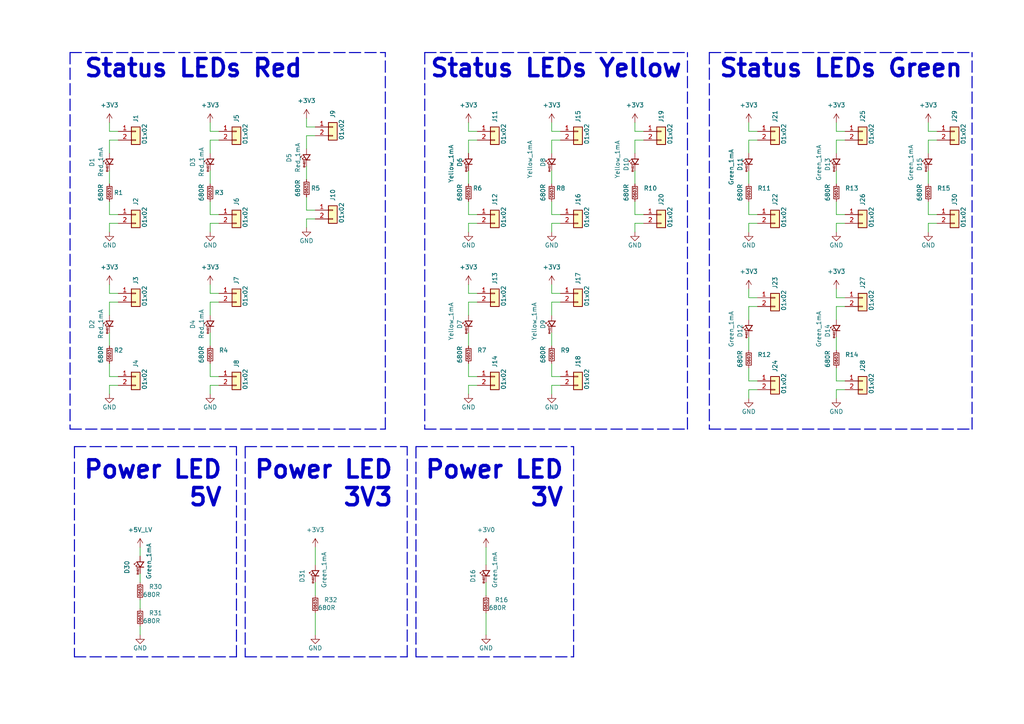
<source format=kicad_sch>
(kicad_sch (version 20231120) (generator "eeschema") (generator_version "8.0")
  (paper "A4")
  (title_block (title "LCB-CBD-01: Dock") (date "2024-06-25") (rev "1.2.0") (company "PADERBORN UNIVERSITY DEPARTMENT OF POWER ELECTRONICS AND ELECTRICAL DRIVES"))
  (polyline (pts (xy 205.74 124.46) (xy 281.94 124.46)) (stroke (width 0.3) (type dash)))
  (wire (pts (xy 31.75 111.76) (xy 31.75 114.3)))
  (wire (pts (xy 219.71 113.03) (xy 217.17 113.03)))
  (wire (pts (xy 184.15 38.1) (xy 186.69 38.1)))
  (wire (pts (xy 160.02 40.64) (xy 162.56 40.64)))
  (polyline (pts (xy 205.74 15.24) (xy 281.94 15.24)) (stroke (width 0.3) (type dash)))
  (polyline (pts (xy 123.19 15.24) (xy 199.39 15.24)) (stroke (width 0.3) (type dash)))
  (wire (pts (xy 242.57 106.68) (xy 242.57 110.49)))
  (wire (pts (xy 245.11 113.03) (xy 242.57 113.03)))
  (wire (pts (xy 31.75 96.52) (xy 31.75 100.33)))
  (wire (pts (xy 60.96 109.22) (xy 63.5 109.22)))
  (polyline (pts (xy 205.74 15.24) (xy 205.74 124.46)) (stroke (width 0.3) (type dash)))
  (wire (pts (xy 135.89 64.77) (xy 135.89 67.31)))
  (wire (pts (xy 31.75 38.1) (xy 34.29 38.1)))
  (wire (pts (xy 184.15 49.53) (xy 184.15 53.34)))
  (wire (pts (xy 160.02 87.63) (xy 160.02 91.44)))
  (wire (pts (xy 217.17 83.82) (xy 217.17 86.36)))
  (wire (pts (xy 31.75 35.56) (xy 31.75 38.1)))
  (wire (pts (xy 34.29 111.76) (xy 31.75 111.76)))
  (wire (pts (xy 135.89 87.63) (xy 135.89 91.44)))
  (wire (pts (xy 162.56 111.76) (xy 160.02 111.76)))
  (wire (pts (xy 269.24 64.77) (xy 269.24 67.31)))
  (wire (pts (xy 160.02 40.64) (xy 160.02 44.45)))
  (wire (pts (xy 217.17 40.64) (xy 217.17 44.45)))
  (polyline (pts (xy 118.11 190.5) (xy 118.11 129.54)) (stroke (width 0.3) (type dash)))
  (wire (pts (xy 31.75 64.77) (xy 31.75 67.31)))
  (wire (pts (xy 91.44 177.8) (xy 91.44 184.15)))
  (wire (pts (xy 88.9 34.29) (xy 88.9 36.83)))
  (wire (pts (xy 60.96 49.53) (xy 60.96 53.34)))
  (wire (pts (xy 160.02 109.22) (xy 162.56 109.22)))
  (wire (pts (xy 88.9 36.83) (xy 91.44 36.83)))
  (polyline (pts (xy 120.65 190.5) (xy 166.37 190.5)) (stroke (width 0.3) (type dash)))
  (wire (pts (xy 135.89 87.63) (xy 138.43 87.63)))
  (wire (pts (xy 40.64 173.99) (xy 40.64 176.53)))
  (wire (pts (xy 217.17 58.42) (xy 217.17 62.23)))
  (polyline (pts (xy 120.65 129.54) (xy 166.37 129.54)) (stroke (width 0.3) (type dash)))
  (wire (pts (xy 135.89 109.22) (xy 138.43 109.22)))
  (wire (pts (xy 135.89 82.55) (xy 135.89 85.09)))
  (wire (pts (xy 60.96 87.63) (xy 60.96 91.44)))
  (wire (pts (xy 88.9 48.26) (xy 88.9 52.07)))
  (wire (pts (xy 217.17 106.68) (xy 217.17 110.49)))
  (wire (pts (xy 184.15 64.77) (xy 184.15 67.31)))
  (wire (pts (xy 88.9 39.37) (xy 91.44 39.37)))
  (wire (pts (xy 31.75 40.64) (xy 31.75 44.45)))
  (polyline (pts (xy 21.59 129.54) (xy 68.58 129.54)) (stroke (width 0.3) (type dash)))
  (wire (pts (xy 162.56 64.77) (xy 160.02 64.77)))
  (polyline (pts (xy 20.32 15.24) (xy 20.32 124.46)) (stroke (width 0.3) (type dash)))
  (wire (pts (xy 135.89 96.52) (xy 135.89 100.33)))
  (wire (pts (xy 217.17 62.23) (xy 219.71 62.23)))
  (wire (pts (xy 217.17 35.56) (xy 217.17 38.1)))
  (wire (pts (xy 242.57 88.9) (xy 242.57 92.71)))
  (wire (pts (xy 242.57 35.56) (xy 242.57 38.1)))
  (wire (pts (xy 217.17 64.77) (xy 217.17 67.31)))
  (wire (pts (xy 217.17 113.03) (xy 217.17 115.57)))
  (polyline (pts (xy 111.76 124.46) (xy 111.76 15.24)) (stroke (width 0.3) (type dash)))
  (wire (pts (xy 60.96 40.64) (xy 60.96 44.45)))
  (wire (pts (xy 245.11 64.77) (xy 242.57 64.77)))
  (wire (pts (xy 60.96 40.64) (xy 63.5 40.64)))
  (wire (pts (xy 135.89 40.64) (xy 138.43 40.64)))
  (wire (pts (xy 135.89 35.56) (xy 135.89 38.1)))
  (wire (pts (xy 217.17 40.64) (xy 219.71 40.64)))
  (wire (pts (xy 135.89 62.23) (xy 138.43 62.23)))
  (wire (pts (xy 217.17 49.53) (xy 217.17 53.34)))
  (polyline (pts (xy 20.32 15.24) (xy 111.76 15.24)) (stroke (width 0.3) (type dash)))
  (polyline (pts (xy 71.12 129.54) (xy 118.11 129.54)) (stroke (width 0.3) (type dash)))
  (wire (pts (xy 217.17 88.9) (xy 217.17 92.71)))
  (wire (pts (xy 63.5 111.76) (xy 60.96 111.76)))
  (wire (pts (xy 88.9 60.96) (xy 91.44 60.96)))
  (wire (pts (xy 242.57 88.9) (xy 245.11 88.9)))
  (wire (pts (xy 160.02 64.77) (xy 160.02 67.31)))
  (wire (pts (xy 91.44 168.91) (xy 91.44 172.72)))
  (wire (pts (xy 135.89 85.09) (xy 138.43 85.09)))
  (wire (pts (xy 184.15 62.23) (xy 186.69 62.23)))
  (wire (pts (xy 40.64 181.61) (xy 40.64 184.15)))
  (wire (pts (xy 40.64 158.75) (xy 40.64 161.29)))
  (polyline (pts (xy 120.65 129.54) (xy 120.65 190.5)) (stroke (width 0.3) (type dash)))
  (wire (pts (xy 269.24 49.53) (xy 269.24 53.34)))
  (wire (pts (xy 160.02 38.1) (xy 162.56 38.1)))
  (wire (pts (xy 135.89 105.41) (xy 135.89 109.22)))
  (wire (pts (xy 135.89 111.76) (xy 135.89 114.3)))
  (polyline (pts (xy 20.32 124.46) (xy 111.76 124.46)) (stroke (width 0.3) (type dash)))
  (wire (pts (xy 31.75 40.64) (xy 34.29 40.64)))
  (polyline (pts (xy 71.12 190.5) (xy 118.11 190.5)) (stroke (width 0.3) (type dash)))
  (wire (pts (xy 217.17 110.49) (xy 219.71 110.49)))
  (wire (pts (xy 135.89 38.1) (xy 138.43 38.1)))
  (wire (pts (xy 135.89 40.64) (xy 135.89 44.45)))
  (wire (pts (xy 88.9 39.37) (xy 88.9 43.18)))
  (polyline (pts (xy 281.94 124.46) (xy 281.94 15.24)) (stroke (width 0.3) (type dash)))
  (wire (pts (xy 40.64 166.37) (xy 40.64 168.91)))
  (wire (pts (xy 60.96 96.52) (xy 60.96 100.33)))
  (wire (pts (xy 60.96 111.76) (xy 60.96 114.3)))
  (wire (pts (xy 160.02 49.53) (xy 160.02 53.34)))
  (wire (pts (xy 60.96 82.55) (xy 60.96 85.09)))
  (wire (pts (xy 135.89 58.42) (xy 135.89 62.23)))
  (wire (pts (xy 217.17 38.1) (xy 219.71 38.1)))
  (wire (pts (xy 88.9 63.5) (xy 88.9 66.04)))
  (wire (pts (xy 34.29 64.77) (xy 31.75 64.77)))
  (polyline (pts (xy 123.19 124.46) (xy 199.39 124.46)) (stroke (width 0.3) (type dash)))
  (wire (pts (xy 31.75 87.63) (xy 34.29 87.63)))
  (wire (pts (xy 91.44 63.5) (xy 88.9 63.5)))
  (wire (pts (xy 242.57 64.77) (xy 242.57 67.31)))
  (wire (pts (xy 60.96 105.41) (xy 60.96 109.22)))
  (wire (pts (xy 160.02 105.41) (xy 160.02 109.22)))
  (wire (pts (xy 138.43 64.77) (xy 135.89 64.77)))
  (wire (pts (xy 135.89 49.53) (xy 135.89 53.34)))
  (wire (pts (xy 242.57 38.1) (xy 245.11 38.1)))
  (wire (pts (xy 217.17 97.79) (xy 217.17 101.6)))
  (wire (pts (xy 31.75 49.53) (xy 31.75 53.34)))
  (polyline (pts (xy 199.39 124.46) (xy 199.39 15.24)) (stroke (width 0.3) (type dash)))
  (wire (pts (xy 217.17 88.9) (xy 219.71 88.9)))
  (wire (pts (xy 242.57 49.53) (xy 242.57 53.34)))
  (wire (pts (xy 242.57 97.79) (xy 242.57 101.6)))
  (polyline (pts (xy 71.12 129.54) (xy 71.12 190.5)) (stroke (width 0.3) (type dash)))
  (wire (pts (xy 242.57 83.82) (xy 242.57 86.36)))
  (wire (pts (xy 60.96 35.56) (xy 60.96 38.1)))
  (wire (pts (xy 31.75 58.42) (xy 31.75 62.23)))
  (wire (pts (xy 269.24 38.1) (xy 271.78 38.1)))
  (wire (pts (xy 60.96 64.77) (xy 60.96 67.31)))
  (wire (pts (xy 217.17 86.36) (xy 219.71 86.36)))
  (wire (pts (xy 88.9 57.15) (xy 88.9 60.96)))
  (wire (pts (xy 31.75 87.63) (xy 31.75 91.44)))
  (wire (pts (xy 63.5 64.77) (xy 60.96 64.77)))
  (wire (pts (xy 269.24 40.64) (xy 269.24 44.45)))
  (wire (pts (xy 271.78 64.77) (xy 269.24 64.77)))
  (wire (pts (xy 186.69 64.77) (xy 184.15 64.77)))
  (polyline (pts (xy 21.59 129.54) (xy 21.59 190.5)) (stroke (width 0.3) (type dash)))
  (wire (pts (xy 160.02 82.55) (xy 160.02 85.09)))
  (polyline (pts (xy 123.19 15.24) (xy 123.19 124.46)) (stroke (width 0.3) (type dash)))
  (wire (pts (xy 60.96 38.1) (xy 63.5 38.1)))
  (wire (pts (xy 184.15 35.56) (xy 184.15 38.1)))
  (wire (pts (xy 160.02 85.09) (xy 162.56 85.09)))
  (wire (pts (xy 91.44 158.75) (xy 91.44 163.83)))
  (wire (pts (xy 31.75 105.41) (xy 31.75 109.22)))
  (wire (pts (xy 60.96 87.63) (xy 63.5 87.63)))
  (wire (pts (xy 160.02 62.23) (xy 162.56 62.23)))
  (wire (pts (xy 269.24 40.64) (xy 271.78 40.64)))
  (wire (pts (xy 242.57 86.36) (xy 245.11 86.36)))
  (wire (pts (xy 242.57 110.49) (xy 245.11 110.49)))
  (wire (pts (xy 242.57 40.64) (xy 242.57 44.45)))
  (wire (pts (xy 242.57 113.03) (xy 242.57 115.57)))
  (wire (pts (xy 31.75 82.55) (xy 31.75 85.09)))
  (wire (pts (xy 184.15 40.64) (xy 186.69 40.64)))
  (wire (pts (xy 160.02 111.76) (xy 160.02 114.3)))
  (wire (pts (xy 138.43 111.76) (xy 135.89 111.76)))
  (polyline (pts (xy 68.58 190.5) (xy 68.58 129.54)) (stroke (width 0.3) (type dash)))
  (wire (pts (xy 242.57 62.23) (xy 245.11 62.23)))
  (wire (pts (xy 60.96 58.42) (xy 60.96 62.23)))
  (wire (pts (xy 269.24 35.56) (xy 269.24 38.1)))
  (wire (pts (xy 269.24 58.42) (xy 269.24 62.23)))
  (wire (pts (xy 60.96 62.23) (xy 63.5 62.23)))
  (wire (pts (xy 160.02 87.63) (xy 162.56 87.63)))
  (wire (pts (xy 31.75 62.23) (xy 34.29 62.23)))
  (wire (pts (xy 140.97 158.75) (xy 140.97 163.83)))
  (wire (pts (xy 184.15 58.42) (xy 184.15 62.23)))
  (wire (pts (xy 60.96 85.09) (xy 63.5 85.09)))
  (wire (pts (xy 160.02 58.42) (xy 160.02 62.23)))
  (wire (pts (xy 242.57 40.64) (xy 245.11 40.64)))
  (wire (pts (xy 140.97 168.91) (xy 140.97 172.72)))
  (wire (pts (xy 184.15 40.64) (xy 184.15 44.45)))
  (wire (pts (xy 160.02 96.52) (xy 160.02 100.33)))
  (wire (pts (xy 31.75 85.09) (xy 34.29 85.09)))
  (wire (pts (xy 160.02 35.56) (xy 160.02 38.1)))
  (polyline (pts (xy 21.59 190.5) (xy 68.58 190.5)) (stroke (width 0.3) (type dash)))
  (wire (pts (xy 140.97 177.8) (xy 140.97 184.15)))
  (polyline (pts (xy 166.37 190.5) (xy 166.37 129.54)) (stroke (width 0.3) (type dash)))
  (wire (pts (xy 219.71 64.77) (xy 217.17 64.77)))
  (wire (pts (xy 269.24 62.23) (xy 271.78 62.23)))
  (wire (pts (xy 31.75 109.22) (xy 34.29 109.22)))
  (wire (pts (xy 242.57 58.42) (xy 242.57 62.23)))
  (text "Power LED\n5V" (at 64.77 147.32 0) (effects (font (size 5 5) (thickness 1) (bold yes)) (justify right bottom)))
  (text "Status LEDs Red" (at 24.13 22.86 0) (effects (font (size 5 5) (thickness 1) (bold yes)) (justify left bottom)))
  (text "Power LED\n3V3" (at 114.3 147.32 0) (effects (font (size 5 5) (thickness 1) (bold yes)) (justify right bottom)))
  (text "Power LED\n3V" (at 163.83 147.32 0) (effects (font (size 5 5) (thickness 1) (bold yes)) (justify right bottom)))
  (text "Status LEDs Yellow" (at 124.46 22.86 0) (effects (font (size 5 5) (thickness 1) (bold yes)) (justify left bottom)))
  (text "Status LEDs Green" (at 208.28 22.86 0) (effects (font (size 5 5) (thickness 1) (bold yes)) (justify left bottom)))
  (symbol (lib_id "LEA_SymbolLibrary:R_0603_680R_THICK__1P__75V") (at 135.89 55.88 0) (unit 1)
    (property "Reference" "R6" (at 137.16 54.61 0) (effects (justify left)))
    (property "Value" "680R" (at 133.35 58.42 90) (effects (justify left)))
    (property "Footprint" "LEA_FootprintLibrary:R_0603" (effects (hide yes)))
    (property "Manufacturer" "Vishay" (effects (hide yes)))
    (property "manf#" "CRCW0603680RFKEAC" (effects (hide yes)))
    (property "mouser#" "71-CRCW0603680RFKEAC" (effects (hide yes)))
  )
  (symbol (lib_id "LEA_SymbolLibrary:+3V3") (at 160.02 82.55 0) (unit 1)
    (property "Reference" "#PWR048" (effects (hide yes)))
    (property "Value" "+3V3" (at 160.02 77.47 0))
  )
  (symbol (lib_id "LEA_SymbolLibrary:GND") (at 217.17 67.31 0) (unit 1)
    (property "Reference" "#PWR051" (effects (hide yes)))
    (property "Value" "GND" (at 217.17 71.12 0))
  )
  (symbol (lib_id "LEA_SymbolLibrary:LED_0402_R_1mA_SML-P11UTT86R") (at 60.96 46.99 90) (unit 1)
    (property "Reference" "D3" (at 55.88 45.72 0) (effects (justify right)))
    (property "Value" "Red_1mA" (at 58.42 46.99 0))
    (property "Footprint" "LEA_FootprintLibrary:LED_0402" (effects (hide yes)))
    (property "Datasheet" "https://fscdn.rohm.com/en/products/databook/datasheet/opto/led/chip_mono/sml-p11-e.pdf" (effects (hide yes)))
    (property "Manufacturer" "ROHM Semiconductor" (effects (hide yes)))
    (property "Mouser No" "755-SML-P11MTT86R" (effects (hide yes)))
    (property "Mfr. No" "SML-P11MTT86R" (effects (hide yes)))
    (property "mouser#" "755-SML-P11UTT86R" (effects (hide yes)))
    (property "manf#" "SML-P11UTT86R" (effects (hide yes)))
  )
  (symbol (lib_id "LEA_SymbolLibrary:Conn_01x02") (at 250.19 86.36 0) (unit 1)
    (property "Reference" "J27" (at 250.19 83.82 90) (effects (justify left)))
    (property "Value" "01x02" (at 252.73 90.17 90) (effects (justify left)))
    (property "Footprint" "LEA_FootprintLibrary:PinHeader_1x02_P2.54mm_Vertical" (effects (hide yes)))
    (property "Datasheet" "https://www.mouser.de/datasheet/2/181/M20-999-1218971.pdf" (effects (hide yes)))
    (property "Manufacturer" "Harwin" (effects (hide yes)))
    (property "Mouser No." " 855-M20-9990245" (effects (hide yes)))
    (property "mouser#" "855-M20-9990245" (effects (hide yes)))
    (property "manf#" "M20-9990245" (effects (hide yes)))
  )
  (symbol (lib_id "LEA_SymbolLibrary:R_0603_680R_THICK__1P__75V") (at 217.17 104.14 0) (unit 1)
    (property "Reference" "R12" (at 219.71 102.87 0) (effects (justify left)))
    (property "Value" "680R" (at 214.63 106.68 90) (effects (justify left)))
    (property "Footprint" "LEA_FootprintLibrary:R_0603" (effects (hide yes)))
    (property "Manufacturer" "Vishay" (effects (hide yes)))
    (property "manf#" "CRCW0603680RFKEAC" (effects (hide yes)))
    (property "mouser#" "71-CRCW0603680RFKEAC" (effects (hide yes)))
  )
  (symbol (lib_id "LEA_SymbolLibrary:GND") (at 217.17 115.57 0) (unit 1)
    (property "Reference" "#PWR053" (effects (hide yes)))
    (property "Value" "GND" (at 217.17 119.38 0))
  )
  (symbol (lib_id "LEA_SymbolLibrary:+3V3") (at 135.89 82.55 0) (unit 1)
    (property "Reference" "#PWR044" (effects (hide yes)))
    (property "Value" "+3V3" (at 135.89 77.47 0))
  )
  (symbol (lib_id "LEA_SymbolLibrary:LED_0402_R_1mA_SML-P11UTT86R") (at 60.96 93.98 90) (unit 1)
    (property "Reference" "D4" (at 55.88 92.71 0) (effects (justify right)))
    (property "Value" "Red_1mA" (at 58.42 93.98 0))
    (property "Footprint" "LEA_FootprintLibrary:LED_0402" (effects (hide yes)))
    (property "Datasheet" "https://fscdn.rohm.com/en/products/databook/datasheet/opto/led/chip_mono/sml-p11-e.pdf" (effects (hide yes)))
    (property "Manufacturer" "ROHM Semiconductor" (effects (hide yes)))
    (property "Mouser No" "755-SML-P11MTT86R" (effects (hide yes)))
    (property "Mfr. No" "SML-P11MTT86R" (effects (hide yes)))
    (property "mouser#" "755-SML-P11UTT86R" (effects (hide yes)))
    (property "manf#" "SML-P11UTT86R" (effects (hide yes)))
  )
  (symbol (lib_id "LEA_SymbolLibrary:Conn_01x02") (at 224.79 38.1 0) (unit 1)
    (property "Reference" "J21" (at 224.79 35.56 90) (effects (justify left)))
    (property "Value" "01x02" (at 227.33 41.91 90) (effects (justify left)))
    (property "Footprint" "LEA_FootprintLibrary:PinHeader_1x02_P2.54mm_Vertical" (effects (hide yes)))
    (property "Datasheet" "https://www.mouser.de/datasheet/2/181/M20-999-1218971.pdf" (effects (hide yes)))
    (property "Manufacturer" "Harwin" (effects (hide yes)))
    (property "Mouser No." " 855-M20-9990245" (effects (hide yes)))
    (property "mouser#" "855-M20-9990245" (effects (hide yes)))
    (property "manf#" "M20-9990245" (effects (hide yes)))
  )
  (symbol (lib_id "LEA_SymbolLibrary:Conn_01x02") (at 276.86 62.23 0) (unit 1)
    (property "Reference" "J30" (at 276.86 59.69 90) (effects (justify left)))
    (property "Value" "01x02" (at 279.4 66.04 90) (effects (justify left)))
    (property "Footprint" "LEA_FootprintLibrary:PinHeader_1x02_P2.54mm_Vertical" (effects (hide yes)))
    (property "Datasheet" "https://www.mouser.de/datasheet/2/181/M20-999-1218971.pdf" (effects (hide yes)))
    (property "Manufacturer" "Harwin" (effects (hide yes)))
    (property "Mouser No." " 855-M20-9990245" (effects (hide yes)))
    (property "mouser#" "855-M20-9990245" (effects (hide yes)))
    (property "manf#" "M20-9990245" (effects (hide yes)))
  )
  (symbol (lib_id "LEA_SymbolLibrary:GND") (at 135.89 67.31 0) (unit 1)
    (property "Reference" "#PWR043" (effects (hide yes)))
    (property "Value" "GND" (at 135.89 71.12 0))
  )
  (symbol (lib_id "LEA_SymbolLibrary:R_0603_680R_THICK__1P__75V") (at 269.24 55.88 0) (unit 1)
    (property "Reference" "R15" (at 271.78 54.61 0) (effects (justify left)))
    (property "Value" "680R" (at 266.7 58.42 90) (effects (justify left)))
    (property "Footprint" "LEA_FootprintLibrary:R_0603" (effects (hide yes)))
    (property "Manufacturer" "Vishay" (effects (hide yes)))
    (property "manf#" "CRCW0603680RFKEAC" (effects (hide yes)))
    (property "mouser#" "71-CRCW0603680RFKEAC" (effects (hide yes)))
  )
  (symbol (lib_id "LEA_SymbolLibrary:R_0603_680R_THICK__1P__75V") (at 31.75 102.87 0) (unit 1)
    (property "Reference" "R2" (at 33.02 101.6 0) (effects (justify left)))
    (property "Value" "680R" (at 29.21 105.41 90) (effects (justify left)))
    (property "Footprint" "LEA_FootprintLibrary:R_0603" (effects (hide yes)))
    (property "Manufacturer" "Vishay" (effects (hide yes)))
    (property "manf#" "CRCW0603680RFKEAC" (effects (hide yes)))
    (property "mouser#" "71-CRCW0603680RFKEAC" (effects (hide yes)))
  )
  (symbol (lib_id "LEA_SymbolLibrary:Conn_01x02") (at 167.64 62.23 0) (unit 1)
    (property "Reference" "J16" (at 167.64 59.69 90) (effects (justify left)))
    (property "Value" "01x02" (at 170.18 66.04 90) (effects (justify left)))
    (property "Footprint" "LEA_FootprintLibrary:PinHeader_1x02_P2.54mm_Vertical" (effects (hide yes)))
    (property "Datasheet" "https://www.mouser.de/datasheet/2/181/M20-999-1218971.pdf" (effects (hide yes)))
    (property "Manufacturer" "Harwin" (effects (hide yes)))
    (property "Mouser No." " 855-M20-9990245" (effects (hide yes)))
    (property "mouser#" "855-M20-9990245" (effects (hide yes)))
    (property "manf#" "M20-9990245" (effects (hide yes)))
  )
  (symbol (lib_id "LEA_SymbolLibrary:LED_0402_G_1mA_SML-P11MTT86R") (at 242.57 46.99 90) (unit 1)
    (property "Reference" "D13" (at 240.03 45.72 0) (effects (justify right)))
    (property "Value" "Green_1mA" (at 237.49 41.91 0) (effects (justify right)))
    (property "Footprint" "LEA_FootprintLibrary:LED_0402" (effects (hide yes)))
    (property "Datasheet" "https://fscdn.rohm.com/en/products/databook/datasheet/opto/led/chip_mono/sml-p11-e.pdf" (effects (hide yes)))
    (property "Manufacturer" "ROHM Semiconductor" (effects (hide yes)))
    (property "Mouser No" "755-SML-P11YTT86R" (effects (hide yes)))
    (property "Mfr. No" "SML-P11YTT86R" (effects (hide yes)))
    (property "mouser#" "755-SML-P11MTT86R" (effects (hide yes)))
    (property "manf#" "SML-P11MTT86R" (effects (hide yes)))
  )
  (symbol (lib_id "LEA_SymbolLibrary:LED_0402_G_1mA_SML-P11MTT86R") (at 91.44 166.37 90) (unit 1)
    (property "Reference" "D31" (at 87.63 165.1 0) (effects (justify right)))
    (property "Value" "Green_1mA" (at 93.98 160.02 0) (effects (justify right)))
    (property "Footprint" "LEA_FootprintLibrary:LED_0402" (effects (hide yes)))
    (property "Datasheet" "https://fscdn.rohm.com/en/products/databook/datasheet/opto/led/chip_mono/sml-p11-e.pdf" (effects (hide yes)))
    (property "Manufacturer" "ROHM Semiconductor" (effects (hide yes)))
    (property "Mouser No" "755-SML-P11MTT86R" (effects (hide yes)))
    (property "Mfr. No" "SML-P11MTT86R" (effects (hide yes)))
    (property "mouser#" "755-SML-P11MTT86R" (effects (hide yes)))
    (property "manf#" "SML-P11MTT86R" (effects (hide yes)))
  )
  (symbol (lib_id "LEA_SymbolLibrary:Conn_01x02") (at 68.58 62.23 0) (unit 1)
    (property "Reference" "J6" (at 68.58 59.69 90) (effects (justify left)))
    (property "Value" "01x02" (at 71.12 66.04 90) (effects (justify left)))
    (property "Footprint" "LEA_FootprintLibrary:PinHeader_1x02_P2.54mm_Vertical" (effects (hide yes)))
    (property "Datasheet" "https://www.mouser.de/datasheet/2/181/M20-999-1218971.pdf" (effects (hide yes)))
    (property "Manufacturer" "Harwin" (effects (hide yes)))
    (property "Mouser No." " 855-M20-9990245" (effects (hide yes)))
    (property "mouser#" "855-M20-9990245" (effects (hide yes)))
    (property "manf#" "M20-9990245" (effects (hide yes)))
  )
  (symbol (lib_id "LEA_SymbolLibrary:Conn_01x02") (at 191.77 38.1 0) (unit 1)
    (property "Reference" "J19" (at 191.77 35.56 90) (effects (justify left)))
    (property "Value" "01x02" (at 194.31 41.91 90) (effects (justify left)))
    (property "Footprint" "LEA_FootprintLibrary:PinHeader_1x02_P2.54mm_Vertical" (effects (hide yes)))
    (property "Datasheet" "https://www.mouser.de/datasheet/2/181/M20-999-1218971.pdf" (effects (hide yes)))
    (property "Manufacturer" "Harwin" (effects (hide yes)))
    (property "Mouser No." " 855-M20-9990245" (effects (hide yes)))
    (property "mouser#" "855-M20-9990245" (effects (hide yes)))
    (property "manf#" "M20-9990245" (effects (hide yes)))
  )
  (symbol (lib_id "LEA_SymbolLibrary:LED_0402_G_1mA_SML-P11MTT86R") (at 40.64 163.83 90) (unit 1)
    (property "Reference" "D30" (at 36.83 162.56 0) (effects (justify right)))
    (property "Value" "Green_1mA" (at 43.18 157.48 0) (effects (justify right)))
    (property "Footprint" "LEA_FootprintLibrary:LED_0402" (effects (hide yes)))
    (property "Datasheet" "https://fscdn.rohm.com/en/products/databook/datasheet/opto/led/chip_mono/sml-p11-e.pdf" (effects (hide yes)))
    (property "Manufacturer" "ROHM Semiconductor" (effects (hide yes)))
    (property "Mouser No" "755-SML-P11MTT86R" (effects (hide yes)))
    (property "Mfr. No" "SML-P11MTT86R" (effects (hide yes)))
    (property "mouser#" "755-SML-P11MTT86R" (effects (hide yes)))
    (property "manf#" "SML-P11MTT86R" (effects (hide yes)))
  )
  (symbol (lib_id "LEA_SymbolLibrary:Conn_01x02") (at 167.64 85.09 0) (unit 1)
    (property "Reference" "J17" (at 167.64 82.55 90) (effects (justify left)))
    (property "Value" "01x02" (at 170.18 88.9 90) (effects (justify left)))
    (property "Footprint" "LEA_FootprintLibrary:PinHeader_1x02_P2.54mm_Vertical" (effects (hide yes)))
    (property "Datasheet" "https://www.mouser.de/datasheet/2/181/M20-999-1218971.pdf" (effects (hide yes)))
    (property "Manufacturer" "Harwin" (effects (hide yes)))
    (property "Mouser No." " 855-M20-9990245" (effects (hide yes)))
    (property "mouser#" "855-M20-9990245" (effects (hide yes)))
    (property "manf#" "M20-9990245" (effects (hide yes)))
  )
  (symbol (lib_id "LEA_SymbolLibrary:GND") (at 40.64 184.15 0) (unit 1)
    (property "Reference" "#PWR035" (effects (hide yes)))
    (property "Value" "GND" (at 40.64 187.96 0))
  )
  (symbol (lib_id "LEA_SymbolLibrary:Conn_01x02") (at 68.58 38.1 0) (unit 1)
    (property "Reference" "J5" (at 68.58 35.56 90) (effects (justify left)))
    (property "Value" "01x02" (at 71.12 41.91 90) (effects (justify left)))
    (property "Footprint" "LEA_FootprintLibrary:PinHeader_1x02_P2.54mm_Vertical" (effects (hide yes)))
    (property "Datasheet" "https://www.mouser.de/datasheet/2/181/M20-999-1218971.pdf" (effects (hide yes)))
    (property "Manufacturer" "Harwin" (effects (hide yes)))
    (property "Mouser No." " 855-M20-9990245" (effects (hide yes)))
    (property "mouser#" "855-M20-9990245" (effects (hide yes)))
    (property "manf#" "M20-9990245" (effects (hide yes)))
  )
  (symbol (lib_id "LEA_SymbolLibrary:LED_0402_R_1mA_SML-P11UTT86R") (at 31.75 46.99 90) (unit 1)
    (property "Reference" "D1" (at 26.67 45.72 0) (effects (justify right)))
    (property "Value" "Red_1mA" (at 29.21 46.99 0))
    (property "Footprint" "LEA_FootprintLibrary:LED_0402" (effects (hide yes)))
    (property "Datasheet" "https://fscdn.rohm.com/en/products/databook/datasheet/opto/led/chip_mono/sml-p11-e.pdf" (effects (hide yes)))
    (property "Manufacturer" "ROHM Semiconductor" (effects (hide yes)))
    (property "Mouser No" "755-SML-P11MTT86R" (effects (hide yes)))
    (property "Mfr. No" "SML-P11MTT86R" (effects (hide yes)))
    (property "mouser#" "755-SML-P11UTT86R" (effects (hide yes)))
    (property "manf#" "SML-P11UTT86R" (effects (hide yes)))
  )
  (symbol (lib_id "LEA_SymbolLibrary:R_0603_680R_THICK__1P__75V") (at 242.57 55.88 0) (unit 1)
    (property "Reference" "R13" (at 245.11 54.61 0) (effects (justify left)))
    (property "Value" "680R" (at 240.03 58.42 90) (effects (justify left)))
    (property "Footprint" "LEA_FootprintLibrary:R_0603" (effects (hide yes)))
    (property "Manufacturer" "Vishay" (effects (hide yes)))
    (property "manf#" "CRCW0603680RFKEAC" (effects (hide yes)))
    (property "mouser#" "71-CRCW0603680RFKEAC" (effects (hide yes)))
  )
  (symbol (lib_id "LEA_SymbolLibrary:LED_0402_Y_1mA_SML-P11YTT86R") (at 184.15 46.99 90) (unit 1)
    (property "Reference" "D10" (at 181.61 45.72 0) (effects (justify right)))
    (property "Value" "Yellow_1mA" (at 179.07 40.64 0) (effects (justify right)))
    (property "Footprint" "LEA_FootprintLibrary:LED_0402" (effects (hide yes)))
    (property "Datasheet" "https://fscdn.rohm.com/en/products/databook/datasheet/opto/led/chip_mono/sml-p11-e.pdf" (effects (hide yes)))
    (property "Manufacturer" "ROHM Semiconductor" (effects (hide yes)))
    (property "Mouser No" "755-SML-P11UTT86R" (effects (hide yes)))
    (property "Mfr. No" "SML-P11UTT86R" (effects (hide yes)))
    (property "mouser#" "755-SML-P11YTT86R" (effects (hide yes)))
    (property "manf#" "SML-P11YTT86R" (effects (hide yes)))
  )
  (symbol (lib_id "LEA_SymbolLibrary:Conn_01x02") (at 96.52 60.96 0) (unit 1)
    (property "Reference" "J10" (at 96.52 58.42 90) (effects (justify left)))
    (property "Value" "01x02" (at 99.06 64.77 90) (effects (justify left)))
    (property "Footprint" "LEA_FootprintLibrary:PinHeader_1x02_P2.54mm_Vertical" (effects (hide yes)))
    (property "Datasheet" "https://www.mouser.de/datasheet/2/181/M20-999-1218971.pdf" (effects (hide yes)))
    (property "Manufacturer" "Harwin" (effects (hide yes)))
    (property "Mouser No." " 855-M20-9990245" (effects (hide yes)))
    (property "mouser#" "855-M20-9990245" (effects (hide yes)))
    (property "manf#" "M20-9990245" (effects (hide yes)))
  )
  (symbol (lib_id "LEA_SymbolLibrary:Conn_01x02") (at 250.19 62.23 0) (unit 1)
    (property "Reference" "J26" (at 250.19 59.69 90) (effects (justify left)))
    (property "Value" "01x02" (at 252.73 66.04 90) (effects (justify left)))
    (property "Footprint" "LEA_FootprintLibrary:PinHeader_1x02_P2.54mm_Vertical" (effects (hide yes)))
    (property "Datasheet" "https://www.mouser.de/datasheet/2/181/M20-999-1218971.pdf" (effects (hide yes)))
    (property "Manufacturer" "Harwin" (effects (hide yes)))
    (property "Mouser No." " 855-M20-9990245" (effects (hide yes)))
    (property "mouser#" "855-M20-9990245" (effects (hide yes)))
    (property "manf#" "M20-9990245" (effects (hide yes)))
  )
  (symbol (lib_id "LEA_SymbolLibrary:Conn_01x02") (at 167.64 109.22 0) (unit 1)
    (property "Reference" "J18" (at 167.64 106.68 90) (effects (justify left)))
    (property "Value" "01x02" (at 170.18 113.03 90) (effects (justify left)))
    (property "Footprint" "LEA_FootprintLibrary:PinHeader_1x02_P2.54mm_Vertical" (effects (hide yes)))
    (property "Datasheet" "https://www.mouser.de/datasheet/2/181/M20-999-1218971.pdf" (effects (hide yes)))
    (property "Manufacturer" "Harwin" (effects (hide yes)))
    (property "Mouser No." " 855-M20-9990245" (effects (hide yes)))
    (property "mouser#" "855-M20-9990245" (effects (hide yes)))
    (property "manf#" "M20-9990245" (effects (hide yes)))
  )
  (symbol (lib_id "LEA_SymbolLibrary:+5V_LV") (at 40.64 158.75 0) (unit 1)
    (property "Reference" "#PWR036" (effects (hide yes)))
    (property "Value" "+5V_LV" (at 40.64 153.67 0))
  )
  (symbol (lib_id "LEA_SymbolLibrary:GND") (at 184.15 67.31 0) (unit 1)
    (property "Reference" "#PWR0105" (effects (hide yes)))
    (property "Value" "GND" (at 184.15 71.12 0))
  )
  (symbol (lib_id "LEA_SymbolLibrary:R_0603_680R_THICK__1P__75V") (at 91.44 175.26 0) (unit 1)
    (property "Reference" "R32" (at 93.98 173.9899 0) (effects (justify left)))
    (property "Value" "680R" (at 92.202 176.276 0) (effects (justify left)))
    (property "Footprint" "LEA_FootprintLibrary:R_0603" (effects (hide yes)))
    (property "Manufacturer" "Vishay" (effects (hide yes)))
    (property "manf#" "CRCW0603680RFKEAC" (effects (hide yes)))
    (property "mouser#" "71-CRCW0603680RFKEAC" (effects (hide yes)))
  )
  (symbol (lib_id "LEA_SymbolLibrary:GND") (at 269.24 67.31 0) (unit 1)
    (property "Reference" "#PWR0104" (effects (hide yes)))
    (property "Value" "GND" (at 269.24 71.12 0))
  )
  (symbol (lib_id "LEA_SymbolLibrary:+3V3") (at 160.02 35.56 0) (unit 1)
    (property "Reference" "#PWR046" (effects (hide yes)))
    (property "Value" "+3V3" (at 160.02 30.48 0))
  )
  (symbol (lib_id "LEA_SymbolLibrary:GND") (at 91.44 184.15 0) (unit 1)
    (property "Reference" "#PWR042" (effects (hide yes)))
    (property "Value" "GND" (at 91.44 187.96 0))
  )
  (symbol (lib_id "LEA_SymbolLibrary:LED_0402_Y_1mA_SML-P11YTT86R") (at 135.89 46.99 90) (unit 1)
    (property "Reference" "D6" (at 133.35 45.72 0) (effects (justify right)))
    (property "Value" "Yellow_1mA" (at 130.81 41.91 0) (effects (justify right)))
    (property "Footprint" "LEA_FootprintLibrary:LED_0402" (effects (hide yes)))
    (property "Datasheet" "https://fscdn.rohm.com/en/products/databook/datasheet/opto/led/chip_mono/sml-p11-e.pdf" (effects (hide yes)))
    (property "Manufacturer" "ROHM Semiconductor" (effects (hide yes)))
    (property "Mouser No" "755-SML-P11UTT86R" (effects (hide yes)))
    (property "Mfr. No" "SML-P11UTT86R" (effects (hide yes)))
    (property "mouser#" "755-SML-P11YTT86R" (effects (hide yes)))
    (property "manf#" "SML-P11YTT86R" (effects (hide yes)))
  )
  (symbol (lib_id "LEA_SymbolLibrary:LED_0402_Y_1mA_SML-P11YTT86R") (at 135.89 93.98 90) (unit 1)
    (property "Reference" "D7" (at 133.35 92.71 0) (effects (justify right)))
    (property "Value" "Yellow_1mA" (at 130.81 87.63 0) (effects (justify right)))
    (property "Footprint" "LEA_FootprintLibrary:LED_0402" (effects (hide yes)))
    (property "Datasheet" "https://fscdn.rohm.com/en/products/databook/datasheet/opto/led/chip_mono/sml-p11-e.pdf" (effects (hide yes)))
    (property "Manufacturer" "ROHM Semiconductor" (effects (hide yes)))
    (property "Mouser No" "755-SML-P11UTT86R" (effects (hide yes)))
    (property "Mfr. No" "SML-P11UTT86R" (effects (hide yes)))
    (property "mouser#" "755-SML-P11YTT86R" (effects (hide yes)))
    (property "manf#" "SML-P11YTT86R" (effects (hide yes)))
  )
  (symbol (lib_id "LEA_SymbolLibrary:GND") (at 242.57 115.57 0) (unit 1)
    (property "Reference" "#PWR057" (effects (hide yes)))
    (property "Value" "GND" (at 242.57 119.38 0))
  )
  (symbol (lib_id "LEA_SymbolLibrary:Conn_01x02") (at 143.51 38.1 0) (unit 1)
    (property "Reference" "J11" (at 143.51 35.56 90) (effects (justify left)))
    (property "Value" "01x02" (at 146.05 41.91 90) (effects (justify left)))
    (property "Footprint" "LEA_FootprintLibrary:PinHeader_1x02_P2.54mm_Vertical" (effects (hide yes)))
    (property "Datasheet" "https://www.mouser.de/datasheet/2/181/M20-999-1218971.pdf" (effects (hide yes)))
    (property "Manufacturer" "Harwin" (effects (hide yes)))
    (property "Mouser No." " 855-M20-9990245" (effects (hide yes)))
    (property "mouser#" "855-M20-9990245" (effects (hide yes)))
    (property "manf#" "M20-9990245" (effects (hide yes)))
  )
  (symbol (lib_id "LEA_SymbolLibrary:+3V3") (at 60.96 82.55 0) (unit 1)
    (property "Reference" "#PWR039" (effects (hide yes)))
    (property "Value" "+3V3" (at 60.96 77.47 0))
  )
  (symbol (lib_id "LEA_SymbolLibrary:Conn_01x02") (at 39.37 62.23 0) (unit 1)
    (property "Reference" "J2" (at 39.37 59.69 90) (effects (justify left)))
    (property "Value" "01x02" (at 41.91 66.04 90) (effects (justify left)))
    (property "Footprint" "LEA_FootprintLibrary:PinHeader_1x02_P2.54mm_Vertical" (effects (hide yes)))
    (property "Datasheet" "https://www.mouser.de/datasheet/2/181/M20-999-1218971.pdf" (effects (hide yes)))
    (property "Manufacturer" "Harwin" (effects (hide yes)))
    (property "Mouser No." " 855-M20-9990245" (effects (hide yes)))
    (property "mouser#" "855-M20-9990245" (effects (hide yes)))
    (property "manf#" "M20-9990245" (effects (hide yes)))
  )
  (symbol (lib_id "LEA_SymbolLibrary:LED_0402_G_1mA_SML-P11MTT86R") (at 217.17 46.99 90) (unit 1)
    (property "Reference" "D11" (at 214.63 45.72 0) (effects (justify right)))
    (property "Value" "Green_1mA" (at 212.09 43.18 0) (effects (justify right)))
    (property "Footprint" "LEA_FootprintLibrary:LED_0402" (effects (hide yes)))
    (property "Datasheet" "https://fscdn.rohm.com/en/products/databook/datasheet/opto/led/chip_mono/sml-p11-e.pdf" (effects (hide yes)))
    (property "Manufacturer" "ROHM Semiconductor" (effects (hide yes)))
    (property "Mouser No" "755-SML-P11YTT86R" (effects (hide yes)))
    (property "Mfr. No" "SML-P11YTT86R" (effects (hide yes)))
    (property "mouser#" "755-SML-P11MTT86R" (effects (hide yes)))
    (property "manf#" "SML-P11MTT86R" (effects (hide yes)))
  )
  (symbol (lib_id "LEA_SymbolLibrary:LED_0402_Y_1mA_SML-P11YTT86R") (at 160.02 93.98 90) (unit 1)
    (property "Reference" "D9" (at 157.48 92.71 0) (effects (justify right)))
    (property "Value" "Yellow_1mA" (at 154.94 87.63 0) (effects (justify right)))
    (property "Footprint" "LEA_FootprintLibrary:LED_0402" (effects (hide yes)))
    (property "Datasheet" "https://fscdn.rohm.com/en/products/databook/datasheet/opto/led/chip_mono/sml-p11-e.pdf" (effects (hide yes)))
    (property "Manufacturer" "ROHM Semiconductor" (effects (hide yes)))
    (property "Mouser No" "755-SML-P11UTT86R" (effects (hide yes)))
    (property "Mfr. No" "SML-P11UTT86R" (effects (hide yes)))
    (property "mouser#" "755-SML-P11YTT86R" (effects (hide yes)))
    (property "manf#" "SML-P11YTT86R" (effects (hide yes)))
  )
  (symbol (lib_id "LEA_SymbolLibrary:Conn_01x02") (at 167.64 38.1 0) (unit 1)
    (property "Reference" "J15" (at 167.64 35.56 90) (effects (justify left)))
    (property "Value" "01x02" (at 170.18 41.91 90) (effects (justify left)))
    (property "Footprint" "LEA_FootprintLibrary:PinHeader_1x02_P2.54mm_Vertical" (effects (hide yes)))
    (property "Datasheet" "https://www.mouser.de/datasheet/2/181/M20-999-1218971.pdf" (effects (hide yes)))
    (property "Manufacturer" "Harwin" (effects (hide yes)))
    (property "Mouser No." " 855-M20-9990245" (effects (hide yes)))
    (property "mouser#" "855-M20-9990245" (effects (hide yes)))
    (property "manf#" "M20-9990245" (effects (hide yes)))
  )
  (symbol (lib_id "LEA_SymbolLibrary:R_0603_680R_THICK__1P__75V") (at 60.96 55.88 0) (unit 1)
    (property "Reference" "R3" (at 62.23 55.88 0) (effects (justify left)))
    (property "Value" "680R" (at 58.42 58.42 90) (effects (justify left)))
    (property "Footprint" "LEA_FootprintLibrary:R_0603" (effects (hide yes)))
    (property "Manufacturer" "Vishay" (effects (hide yes)))
    (property "manf#" "CRCW0603680RFKEAC" (effects (hide yes)))
    (property "mouser#" "71-CRCW0603680RFKEAC" (effects (hide yes)))
  )
  (symbol (lib_id "LEA_SymbolLibrary:+3V3") (at 140.97 158.75 0) (unit 1)
    (property "Reference" "#PWR071" (effects (hide yes)))
    (property "Value" "+3V0" (at 140.97 153.67 0))
  )
  (symbol (lib_id "LEA_SymbolLibrary:GND") (at 31.75 67.31 0) (unit 1)
    (property "Reference" "#PWR032" (effects (hide yes)))
    (property "Value" "GND" (at 31.75 71.12 0))
  )
  (symbol (lib_id "LEA_SymbolLibrary:Conn_01x02") (at 68.58 85.09 0) (unit 1)
    (property "Reference" "J7" (at 68.58 82.55 90) (effects (justify left)))
    (property "Value" "01x02" (at 71.12 88.9 90) (effects (justify left)))
    (property "Footprint" "LEA_FootprintLibrary:PinHeader_1x02_P2.54mm_Vertical" (effects (hide yes)))
    (property "Datasheet" "https://www.mouser.de/datasheet/2/181/M20-999-1218971.pdf" (effects (hide yes)))
    (property "Manufacturer" "Harwin" (effects (hide yes)))
    (property "Mouser No." " 855-M20-9990245" (effects (hide yes)))
    (property "mouser#" "855-M20-9990245" (effects (hide yes)))
    (property "manf#" "M20-9990245" (effects (hide yes)))
  )
  (symbol (lib_id "LEA_SymbolLibrary:Conn_01x02") (at 39.37 85.09 0) (unit 1)
    (property "Reference" "J3" (at 39.37 82.55 90) (effects (justify left)))
    (property "Value" "01x02" (at 41.91 88.9 90) (effects (justify left)))
    (property "Footprint" "LEA_FootprintLibrary:PinHeader_1x02_P2.54mm_Vertical" (effects (hide yes)))
    (property "Datasheet" "https://www.mouser.de/datasheet/2/181/M20-999-1218971.pdf" (effects (hide yes)))
    (property "Manufacturer" "Harwin" (effects (hide yes)))
    (property "Mouser No." " 855-M20-9990245" (effects (hide yes)))
    (property "mouser#" "855-M20-9990245" (effects (hide yes)))
    (property "manf#" "M20-9990245" (effects (hide yes)))
  )
  (symbol (lib_id "LEA_SymbolLibrary:R_0603_680R_THICK__1P__75V") (at 40.64 171.45 0) (unit 1)
    (property "Reference" "R30" (at 43.18 170.1799 0) (effects (justify left)))
    (property "Value" "680R" (at 41.402 172.466 0) (effects (justify left)))
    (property "Footprint" "LEA_FootprintLibrary:R_0603" (effects (hide yes)))
    (property "Manufacturer" "Vishay" (effects (hide yes)))
    (property "manf#" "CRCW0603680RFKEAC" (effects (hide yes)))
    (property "mouser#" "71-CRCW0603680RFKEAC" (effects (hide yes)))
  )
  (symbol (lib_id "LEA_SymbolLibrary:GND") (at 60.96 114.3 0) (unit 1)
    (property "Reference" "#PWR040" (effects (hide yes)))
    (property "Value" "GND" (at 60.96 118.11 0))
  )
  (symbol (lib_id "LEA_SymbolLibrary:+3V3") (at 184.15 35.56 0) (unit 1)
    (property "Reference" "#PWR0103" (effects (hide yes)))
    (property "Value" "+3V3" (at 184.15 30.48 0))
  )
  (symbol (lib_id "LEA_SymbolLibrary:Conn_01x02") (at 96.52 36.83 0) (unit 1)
    (property "Reference" "J9" (at 96.52 34.29 90) (effects (justify left)))
    (property "Value" "01x02" (at 99.06 40.64 90) (effects (justify left)))
    (property "Footprint" "LEA_FootprintLibrary:PinHeader_1x02_P2.54mm_Vertical" (effects (hide yes)))
    (property "Datasheet" "https://www.mouser.de/datasheet/2/181/M20-999-1218971.pdf" (effects (hide yes)))
    (property "Manufacturer" "Harwin" (effects (hide yes)))
    (property "Mouser No." " 855-M20-9990245" (effects (hide yes)))
    (property "mouser#" "855-M20-9990245" (effects (hide yes)))
    (property "manf#" "M20-9990245" (effects (hide yes)))
  )
  (symbol (lib_id "LEA_SymbolLibrary:+3V3") (at 31.75 35.56 0) (unit 1)
    (property "Reference" "#PWR031" (effects (hide yes)))
    (property "Value" "+3V3" (at 31.75 30.48 0))
  )
  (symbol (lib_id "LEA_SymbolLibrary:Conn_01x02") (at 191.77 62.23 0) (unit 1)
    (property "Reference" "J20" (at 191.77 59.69 90) (effects (justify left)))
    (property "Value" "01x02" (at 194.31 66.04 90) (effects (justify left)))
    (property "Footprint" "LEA_FootprintLibrary:PinHeader_1x02_P2.54mm_Vertical" (effects (hide yes)))
    (property "Datasheet" "https://www.mouser.de/datasheet/2/181/M20-999-1218971.pdf" (effects (hide yes)))
    (property "Manufacturer" "Harwin" (effects (hide yes)))
    (property "Mouser No." " 855-M20-9990245" (effects (hide yes)))
    (property "mouser#" "855-M20-9990245" (effects (hide yes)))
    (property "manf#" "M20-9990245" (effects (hide yes)))
  )
  (symbol (lib_id "LEA_SymbolLibrary:R_0603_680R_THICK__1P__75V") (at 184.15 55.88 0) (unit 1)
    (property "Reference" "R10" (at 186.69 54.61 0) (effects (justify left)))
    (property "Value" "680R" (at 181.61 58.42 90) (effects (justify left)))
    (property "Footprint" "LEA_FootprintLibrary:R_0603" (effects (hide yes)))
    (property "Manufacturer" "Vishay" (effects (hide yes)))
    (property "manf#" "CRCW0603680RFKEAC" (effects (hide yes)))
    (property "mouser#" "71-CRCW0603680RFKEAC" (effects (hide yes)))
  )
  (symbol (lib_id "LEA_SymbolLibrary:LED_0402_R_1mA_SML-P11UTT86R") (at 88.9 45.72 90) (unit 1)
    (property "Reference" "D5" (at 83.82 44.45 0) (effects (justify right)))
    (property "Value" "Red_1mA" (at 86.36 45.72 0))
    (property "Footprint" "LEA_FootprintLibrary:LED_0402" (effects (hide yes)))
    (property "Datasheet" "https://fscdn.rohm.com/en/products/databook/datasheet/opto/led/chip_mono/sml-p11-e.pdf" (effects (hide yes)))
    (property "Manufacturer" "ROHM Semiconductor" (effects (hide yes)))
    (property "Mouser No" "755-SML-P11MTT86R" (effects (hide yes)))
    (property "Mfr. No" "SML-P11MTT86R" (effects (hide yes)))
    (property "mouser#" "755-SML-P11UTT86R" (effects (hide yes)))
    (property "manf#" "SML-P11UTT86R" (effects (hide yes)))
  )
  (symbol (lib_id "LEA_SymbolLibrary:Conn_01x02") (at 143.51 62.23 0) (unit 1)
    (property "Reference" "J12" (at 143.51 59.69 90) (effects (justify left)))
    (property "Value" "01x02" (at 146.05 66.04 90) (effects (justify left)))
    (property "Footprint" "LEA_FootprintLibrary:PinHeader_1x02_P2.54mm_Vertical" (effects (hide yes)))
    (property "Datasheet" "https://www.mouser.de/datasheet/2/181/M20-999-1218971.pdf" (effects (hide yes)))
    (property "Manufacturer" "Harwin" (effects (hide yes)))
    (property "Mouser No." " 855-M20-9990245" (effects (hide yes)))
    (property "mouser#" "855-M20-9990245" (effects (hide yes)))
    (property "manf#" "M20-9990245" (effects (hide yes)))
  )
  (symbol (lib_id "LEA_SymbolLibrary:Conn_01x02") (at 39.37 38.1 0) (unit 1)
    (property "Reference" "J1" (at 39.37 35.56 90) (effects (justify left)))
    (property "Value" "01x02" (at 41.91 41.91 90) (effects (justify left)))
    (property "Footprint" "LEA_FootprintLibrary:PinHeader_1x02_P2.54mm_Vertical" (effects (hide yes)))
    (property "Datasheet" "https://www.mouser.de/datasheet/2/181/M20-999-1218971.pdf" (effects (hide yes)))
    (property "Manufacturer" "Harwin" (effects (hide yes)))
    (property "Mouser No." " 855-M20-9990245" (effects (hide yes)))
    (property "mouser#" "855-M20-9990245" (effects (hide yes)))
    (property "manf#" "M20-9990245" (effects (hide yes)))
  )
  (symbol (lib_id "LEA_SymbolLibrary:GND") (at 242.57 67.31 0) (unit 1)
    (property "Reference" "#PWR055" (effects (hide yes)))
    (property "Value" "GND" (at 242.57 71.12 0))
  )
  (symbol (lib_id "LEA_SymbolLibrary:+3V3") (at 269.24 35.56 0) (unit 1)
    (property "Reference" "#PWR0102" (effects (hide yes)))
    (property "Value" "+3V3" (at 269.24 30.48 0))
  )
  (symbol (lib_id "LEA_SymbolLibrary:+3V3") (at 242.57 35.56 0) (unit 1)
    (property "Reference" "#PWR054" (effects (hide yes)))
    (property "Value" "+3V3" (at 242.57 30.48 0))
  )
  (symbol (lib_id "LEA_SymbolLibrary:R_0603_680R_THICK__1P__75V") (at 217.17 55.88 0) (unit 1)
    (property "Reference" "R11" (at 219.71 54.61 0) (effects (justify left)))
    (property "Value" "680R" (at 214.63 58.42 90) (effects (justify left)))
    (property "Footprint" "LEA_FootprintLibrary:R_0603" (effects (hide yes)))
    (property "Manufacturer" "Vishay" (effects (hide yes)))
    (property "manf#" "CRCW0603680RFKEAC" (effects (hide yes)))
    (property "mouser#" "71-CRCW0603680RFKEAC" (effects (hide yes)))
  )
  (symbol (lib_id "LEA_SymbolLibrary:Conn_01x02") (at 250.19 38.1 0) (unit 1)
    (property "Reference" "J25" (at 250.19 35.56 90) (effects (justify left)))
    (property "Value" "01x02" (at 252.73 41.91 90) (effects (justify left)))
    (property "Footprint" "LEA_FootprintLibrary:PinHeader_1x02_P2.54mm_Vertical" (effects (hide yes)))
    (property "Datasheet" "https://www.mouser.de/datasheet/2/181/M20-999-1218971.pdf" (effects (hide yes)))
    (property "Manufacturer" "Harwin" (effects (hide yes)))
    (property "Mouser No." " 855-M20-9990245" (effects (hide yes)))
    (property "mouser#" "855-M20-9990245" (effects (hide yes)))
    (property "manf#" "M20-9990245" (effects (hide yes)))
  )
  (symbol (lib_id "LEA_SymbolLibrary:Conn_01x02") (at 250.19 110.49 0) (unit 1)
    (property "Reference" "J28" (at 250.19 107.95 90) (effects (justify left)))
    (property "Value" "01x02" (at 252.73 114.3 90) (effects (justify left)))
    (property "Footprint" "LEA_FootprintLibrary:PinHeader_1x02_P2.54mm_Vertical" (effects (hide yes)))
    (property "Datasheet" "https://www.mouser.de/datasheet/2/181/M20-999-1218971.pdf" (effects (hide yes)))
    (property "Manufacturer" "Harwin" (effects (hide yes)))
    (property "Mouser No." " 855-M20-9990245" (effects (hide yes)))
    (property "mouser#" "855-M20-9990245" (effects (hide yes)))
    (property "manf#" "M20-9990245" (effects (hide yes)))
  )
  (symbol (lib_id "LEA_SymbolLibrary:R_0603_680R_THICK__1P__75V") (at 135.89 102.87 0) (unit 1)
    (property "Reference" "R7" (at 138.43 101.6 0) (effects (justify left)))
    (property "Value" "680R" (at 133.35 105.41 90) (effects (justify left)))
    (property "Footprint" "LEA_FootprintLibrary:R_0603" (effects (hide yes)))
    (property "Manufacturer" "Vishay" (effects (hide yes)))
    (property "manf#" "CRCW0603680RFKEAC" (effects (hide yes)))
    (property "mouser#" "71-CRCW0603680RFKEAC" (effects (hide yes)))
  )
  (symbol (lib_id "LEA_SymbolLibrary:Conn_01x02") (at 39.37 109.22 0) (unit 1)
    (property "Reference" "J4" (at 39.37 106.68 90) (effects (justify left)))
    (property "Value" "01x02" (at 41.91 113.03 90) (effects (justify left)))
    (property "Footprint" "LEA_FootprintLibrary:PinHeader_1x02_P2.54mm_Vertical" (effects (hide yes)))
    (property "Datasheet" "https://www.mouser.de/datasheet/2/181/M20-999-1218971.pdf" (effects (hide yes)))
    (property "Manufacturer" "Harwin" (effects (hide yes)))
    (property "Mouser No." " 855-M20-9990245" (effects (hide yes)))
    (property "mouser#" "855-M20-9990245" (effects (hide yes)))
    (property "manf#" "M20-9990245" (effects (hide yes)))
  )
  (symbol (lib_id "LEA_SymbolLibrary:GND") (at 140.97 184.15 0) (unit 1)
    (property "Reference" "#PWR072" (effects (hide yes)))
    (property "Value" "GND" (at 140.97 187.96 0))
  )
  (symbol (lib_id "LEA_SymbolLibrary:LED_0402_G_1mA_SML-P11MTT86R") (at 140.97 166.37 90) (unit 1)
    (property "Reference" "D16" (at 137.16 165.1 0) (effects (justify right)))
    (property "Value" "Green_1mA" (at 143.51 160.02 0) (effects (justify right)))
    (property "Footprint" "LEA_FootprintLibrary:LED_0402" (effects (hide yes)))
    (property "Datasheet" "https://fscdn.rohm.com/en/products/databook/datasheet/opto/led/chip_mono/sml-p11-e.pdf" (effects (hide yes)))
    (property "Manufacturer" "ROHM Semiconductor" (effects (hide yes)))
    (property "Mouser No" "755-SML-P11MTT86R" (effects (hide yes)))
    (property "Mfr. No" "SML-P11MTT86R" (effects (hide yes)))
    (property "mouser#" "755-SML-P11MTT86R" (effects (hide yes)))
    (property "manf#" "SML-P11MTT86R" (effects (hide yes)))
  )
  (symbol (lib_id "LEA_SymbolLibrary:+3V3") (at 217.17 83.82 0) (unit 1)
    (property "Reference" "#PWR052" (effects (hide yes)))
    (property "Value" "+3V3" (at 217.17 78.74 0))
  )
  (symbol (lib_id "LEA_SymbolLibrary:LED_0402_Y_1mA_SML-P11YTT86R") (at 160.02 46.99 90) (unit 1)
    (property "Reference" "D8" (at 157.48 45.72 0) (effects (justify right)))
    (property "Value" "Yellow_1mA" (at 153.67 40.64 0) (effects (justify right)))
    (property "Footprint" "LEA_FootprintLibrary:LED_0402" (effects (hide yes)))
    (property "Datasheet" "https://fscdn.rohm.com/en/products/databook/datasheet/opto/led/chip_mono/sml-p11-e.pdf" (effects (hide yes)))
    (property "Manufacturer" "ROHM Semiconductor" (effects (hide yes)))
    (property "Mouser No" "755-SML-P11UTT86R" (effects (hide yes)))
    (property "Mfr. No" "SML-P11UTT86R" (effects (hide yes)))
    (property "mouser#" "755-SML-P11YTT86R" (effects (hide yes)))
    (property "manf#" "SML-P11YTT86R" (effects (hide yes)))
  )
  (symbol (lib_id "LEA_SymbolLibrary:+3V3") (at 31.75 82.55 0) (unit 1)
    (property "Reference" "#PWR033" (effects (hide yes)))
    (property "Value" "+3V3" (at 31.75 77.47 0))
  )
  (symbol (lib_id "LEA_SymbolLibrary:Conn_01x02") (at 143.51 85.09 0) (unit 1)
    (property "Reference" "J13" (at 143.51 82.55 90) (effects (justify left)))
    (property "Value" "01x02" (at 146.05 88.9 90) (effects (justify left)))
    (property "Footprint" "LEA_FootprintLibrary:PinHeader_1x02_P2.54mm_Vertical" (effects (hide yes)))
    (property "Datasheet" "https://www.mouser.de/datasheet/2/181/M20-999-1218971.pdf" (effects (hide yes)))
    (property "Manufacturer" "Harwin" (effects (hide yes)))
    (property "Mouser No." " 855-M20-9990245" (effects (hide yes)))
    (property "mouser#" "855-M20-9990245" (effects (hide yes)))
    (property "manf#" "M20-9990245" (effects (hide yes)))
  )
  (symbol (lib_id "LEA_SymbolLibrary:LED_0402_G_1mA_SML-P11MTT86R") (at 217.17 95.25 90) (unit 1)
    (property "Reference" "D12" (at 214.63 93.98 0) (effects (justify right)))
    (property "Value" "Green_1mA" (at 212.09 90.17 0) (effects (justify right)))
    (property "Footprint" "LEA_FootprintLibrary:LED_0402" (effects (hide yes)))
    (property "Datasheet" "https://fscdn.rohm.com/en/products/databook/datasheet/opto/led/chip_mono/sml-p11-e.pdf" (effects (hide yes)))
    (property "Manufacturer" "ROHM Semiconductor" (effects (hide yes)))
    (property "Mouser No" "755-SML-P11YTT86R" (effects (hide yes)))
    (property "Mfr. No" "SML-P11YTT86R" (effects (hide yes)))
    (property "mouser#" "755-SML-P11MTT86R" (effects (hide yes)))
    (property "manf#" "SML-P11MTT86R" (effects (hide yes)))
  )
  (symbol (lib_id "LEA_SymbolLibrary:GND") (at 60.96 67.31 0) (unit 1)
    (property "Reference" "#PWR038" (effects (hide yes)))
    (property "Value" "GND" (at 60.96 71.12 0))
  )
  (symbol (lib_id "LEA_SymbolLibrary:R_0603_680R_THICK__1P__75V") (at 160.02 55.88 0) (unit 1)
    (property "Reference" "R8" (at 161.29 54.61 0) (effects (justify left)))
    (property "Value" "680R" (at 157.48 58.42 90) (effects (justify left)))
    (property "Footprint" "LEA_FootprintLibrary:R_0603" (effects (hide yes)))
    (property "Manufacturer" "Vishay" (effects (hide yes)))
    (property "manf#" "CRCW0603680RFKEAC" (effects (hide yes)))
    (property "mouser#" "71-CRCW0603680RFKEAC" (effects (hide yes)))
  )
  (symbol (lib_id "LEA_SymbolLibrary:Conn_01x02") (at 224.79 110.49 0) (unit 1)
    (property "Reference" "J24" (at 224.79 107.95 90) (effects (justify left)))
    (property "Value" "01x02" (at 227.33 114.3 90) (effects (justify left)))
    (property "Footprint" "LEA_FootprintLibrary:PinHeader_1x02_P2.54mm_Vertical" (effects (hide yes)))
    (property "Datasheet" "https://www.mouser.de/datasheet/2/181/M20-999-1218971.pdf" (effects (hide yes)))
    (property "Manufacturer" "Harwin" (effects (hide yes)))
    (property "Mouser No." " 855-M20-9990245" (effects (hide yes)))
    (property "mouser#" "855-M20-9990245" (effects (hide yes)))
    (property "manf#" "M20-9990245" (effects (hide yes)))
  )
  (symbol (lib_id "LEA_SymbolLibrary:R_0603_680R_THICK__1P__75V") (at 60.96 102.87 0) (unit 1)
    (property "Reference" "R4" (at 63.5 101.6 0) (effects (justify left)))
    (property "Value" "680R" (at 58.42 105.41 90) (effects (justify left)))
    (property "Footprint" "LEA_FootprintLibrary:R_0603" (effects (hide yes)))
    (property "Manufacturer" "Vishay" (effects (hide yes)))
    (property "manf#" "CRCW0603680RFKEAC" (effects (hide yes)))
    (property "mouser#" "71-CRCW0603680RFKEAC" (effects (hide yes)))
  )
  (symbol (lib_id "LEA_SymbolLibrary:GND") (at 160.02 114.3 0) (unit 1)
    (property "Reference" "#PWR049" (effects (hide yes)))
    (property "Value" "GND" (at 160.02 118.11 0))
  )
  (symbol (lib_id "LEA_SymbolLibrary:R_0603_680R_THICK__1P__75V") (at 40.64 179.07 0) (unit 1)
    (property "Reference" "R31" (at 43.18 177.7999 0) (effects (justify left)))
    (property "Value" "680R" (at 41.402 180.086 0) (effects (justify left)))
    (property "Footprint" "LEA_FootprintLibrary:R_0603" (effects (hide yes)))
    (property "Manufacturer" "Vishay" (effects (hide yes)))
    (property "manf#" "CRCW0603680RFKEAC" (effects (hide yes)))
    (property "mouser#" "71-CRCW0603680RFKEAC" (effects (hide yes)))
  )
  (symbol (lib_id "LEA_SymbolLibrary:+3V3") (at 135.89 35.56 0) (unit 1)
    (property "Reference" "#PWR0101" (effects (hide yes)))
    (property "Value" "+3V3" (at 135.89 30.48 0))
  )
  (symbol (lib_id "LEA_SymbolLibrary:+3V3") (at 242.57 83.82 0) (unit 1)
    (property "Reference" "#PWR056" (effects (hide yes)))
    (property "Value" "+3V3" (at 242.57 78.74 0))
  )
  (symbol (lib_id "LEA_SymbolLibrary:Conn_01x02") (at 224.79 62.23 0) (unit 1)
    (property "Reference" "J22" (at 224.79 59.69 90) (effects (justify left)))
    (property "Value" "01x02" (at 227.33 66.04 90) (effects (justify left)))
    (property "Footprint" "LEA_FootprintLibrary:PinHeader_1x02_P2.54mm_Vertical" (effects (hide yes)))
    (property "Datasheet" "https://www.mouser.de/datasheet/2/181/M20-999-1218971.pdf" (effects (hide yes)))
    (property "Manufacturer" "Harwin" (effects (hide yes)))
    (property "Mouser No." " 855-M20-9990245" (effects (hide yes)))
    (property "mouser#" "855-M20-9990245" (effects (hide yes)))
    (property "manf#" "M20-9990245" (effects (hide yes)))
  )
  (symbol (lib_id "LEA_SymbolLibrary:R_0603_680R_THICK__1P__75V") (at 160.02 102.87 0) (unit 1)
    (property "Reference" "R9" (at 162.56 101.6 0) (effects (justify left)))
    (property "Value" "680R" (at 157.48 105.41 90) (effects (justify left)))
    (property "Footprint" "LEA_FootprintLibrary:R_0603" (effects (hide yes)))
    (property "Manufacturer" "Vishay" (effects (hide yes)))
    (property "manf#" "CRCW0603680RFKEAC" (effects (hide yes)))
    (property "mouser#" "71-CRCW0603680RFKEAC" (effects (hide yes)))
  )
  (symbol (lib_id "LEA_SymbolLibrary:GND") (at 160.02 67.31 0) (unit 1)
    (property "Reference" "#PWR047" (effects (hide yes)))
    (property "Value" "GND" (at 160.02 71.12 0))
  )
  (symbol (lib_id "LEA_SymbolLibrary:+3V3") (at 60.96 35.56 0) (unit 1)
    (property "Reference" "#PWR037" (effects (hide yes)))
    (property "Value" "+3V3" (at 60.96 30.48 0))
  )
  (symbol (lib_id "LEA_SymbolLibrary:Conn_01x02") (at 68.58 109.22 0) (unit 1)
    (property "Reference" "J8" (at 68.58 106.68 90) (effects (justify left)))
    (property "Value" "01x02" (at 71.12 113.03 90) (effects (justify left)))
    (property "Footprint" "LEA_FootprintLibrary:PinHeader_1x02_P2.54mm_Vertical" (effects (hide yes)))
    (property "Datasheet" "https://www.mouser.de/datasheet/2/181/M20-999-1218971.pdf" (effects (hide yes)))
    (property "Manufacturer" "Harwin" (effects (hide yes)))
    (property "Mouser No." " 855-M20-9990245" (effects (hide yes)))
    (property "mouser#" "855-M20-9990245" (effects (hide yes)))
    (property "manf#" "M20-9990245" (effects (hide yes)))
  )
  (symbol (lib_id "LEA_SymbolLibrary:+3V3") (at 88.9 34.29 0) (unit 1)
    (property "Reference" "#PWR0107" (effects (hide yes)))
    (property "Value" "+3V3" (at 88.9 29.21 0))
  )
  (symbol (lib_id "LEA_SymbolLibrary:LED_0402_G_1mA_SML-P11MTT86R") (at 269.24 46.99 90) (unit 1)
    (property "Reference" "D15" (at 266.7 45.72 0) (effects (justify right)))
    (property "Value" "Green_1mA" (at 264.16 41.91 0) (effects (justify right)))
    (property "Footprint" "LEA_FootprintLibrary:LED_0402" (effects (hide yes)))
    (property "Datasheet" "https://fscdn.rohm.com/en/products/databook/datasheet/opto/led/chip_mono/sml-p11-e.pdf" (effects (hide yes)))
    (property "Manufacturer" "ROHM Semiconductor" (effects (hide yes)))
    (property "Mouser No" "755-SML-P11YTT86R" (effects (hide yes)))
    (property "Mfr. No" "SML-P11YTT86R" (effects (hide yes)))
    (property "mouser#" "755-SML-P11MTT86R" (effects (hide yes)))
    (property "manf#" "SML-P11MTT86R" (effects (hide yes)))
  )
  (symbol (lib_id "LEA_SymbolLibrary:+3V3") (at 217.17 35.56 0) (unit 1)
    (property "Reference" "#PWR050" (effects (hide yes)))
    (property "Value" "+3V3" (at 217.17 30.48 0))
  )
  (symbol (lib_id "LEA_SymbolLibrary:R_0603_680R_THICK__1P__75V") (at 88.9 54.61 0) (unit 1)
    (property "Reference" "R5" (at 90.17 54.61 0) (effects (justify left)))
    (property "Value" "680R" (at 86.36 57.15 90) (effects (justify left)))
    (property "Footprint" "LEA_FootprintLibrary:R_0603" (effects (hide yes)))
    (property "Manufacturer" "Vishay" (effects (hide yes)))
    (property "manf#" "CRCW0603680RFKEAC" (effects (hide yes)))
    (property "mouser#" "71-CRCW0603680RFKEAC" (effects (hide yes)))
  )
  (symbol (lib_id "LEA_SymbolLibrary:R_0603_680R_THICK__1P__75V") (at 140.97 175.26 0) (unit 1)
    (property "Reference" "R16" (at 143.51 173.9899 0) (effects (justify left)))
    (property "Value" "680R" (at 141.732 176.276 0) (effects (justify left)))
    (property "Footprint" "LEA_FootprintLibrary:R_0603" (effects (hide yes)))
    (property "Manufacturer" "Vishay" (effects (hide yes)))
    (property "manf#" "CRCW0603680RFKEAC" (effects (hide yes)))
    (property "mouser#" "71-CRCW0603680RFKEAC" (effects (hide yes)))
  )
  (symbol (lib_id "LEA_SymbolLibrary:Conn_01x02") (at 143.51 109.22 0) (unit 1)
    (property "Reference" "J14" (at 143.51 106.68 90) (effects (justify left)))
    (property "Value" "01x02" (at 146.05 113.03 90) (effects (justify left)))
    (property "Footprint" "LEA_FootprintLibrary:PinHeader_1x02_P2.54mm_Vertical" (effects (hide yes)))
    (property "Datasheet" "https://www.mouser.de/datasheet/2/181/M20-999-1218971.pdf" (effects (hide yes)))
    (property "Manufacturer" "Harwin" (effects (hide yes)))
    (property "Mouser No." " 855-M20-9990245" (effects (hide yes)))
    (property "mouser#" "855-M20-9990245" (effects (hide yes)))
    (property "manf#" "M20-9990245" (effects (hide yes)))
  )
  (symbol (lib_id "LEA_SymbolLibrary:Conn_01x02") (at 224.79 86.36 0) (unit 1)
    (property "Reference" "J23" (at 224.79 83.82 90) (effects (justify left)))
    (property "Value" "01x02" (at 227.33 90.17 90) (effects (justify left)))
    (property "Footprint" "LEA_FootprintLibrary:PinHeader_1x02_P2.54mm_Vertical" (effects (hide yes)))
    (property "Datasheet" "https://www.mouser.de/datasheet/2/181/M20-999-1218971.pdf" (effects (hide yes)))
    (property "Manufacturer" "Harwin" (effects (hide yes)))
    (property "Mouser No." " 855-M20-9990245" (effects (hide yes)))
    (property "mouser#" "855-M20-9990245" (effects (hide yes)))
    (property "manf#" "M20-9990245" (effects (hide yes)))
  )
  (symbol (lib_id "LEA_SymbolLibrary:R_0603_680R_THICK__1P__75V") (at 31.75 55.88 0) (unit 1)
    (property "Reference" "R1" (at 33.02 55.88 0) (effects (justify left)))
    (property "Value" "680R" (at 29.21 58.42 90) (effects (justify left)))
    (property "Footprint" "LEA_FootprintLibrary:R_0603" (effects (hide yes)))
    (property "Manufacturer" "Vishay" (effects (hide yes)))
    (property "manf#" "CRCW0603680RFKEAC" (effects (hide yes)))
    (property "mouser#" "71-CRCW0603680RFKEAC" (effects (hide yes)))
  )
  (symbol (lib_id "LEA_SymbolLibrary:LED_0402_R_1mA_SML-P11UTT86R") (at 31.75 93.98 90) (unit 1)
    (property "Reference" "D2" (at 26.67 92.71 0) (effects (justify right)))
    (property "Value" "Red_1mA" (at 29.21 93.98 0))
    (property "Footprint" "LEA_FootprintLibrary:LED_0402" (effects (hide yes)))
    (property "Datasheet" "https://fscdn.rohm.com/en/products/databook/datasheet/opto/led/chip_mono/sml-p11-e.pdf" (effects (hide yes)))
    (property "Manufacturer" "ROHM Semiconductor" (effects (hide yes)))
    (property "Mouser No" "755-SML-P11MTT86R" (effects (hide yes)))
    (property "Mfr. No" "SML-P11MTT86R" (effects (hide yes)))
    (property "mouser#" "755-SML-P11UTT86R" (effects (hide yes)))
    (property "manf#" "SML-P11UTT86R" (effects (hide yes)))
  )
  (symbol (lib_id "LEA_SymbolLibrary:LED_0402_G_1mA_SML-P11MTT86R") (at 242.57 95.25 90) (unit 1)
    (property "Reference" "D14" (at 240.03 93.98 0) (effects (justify right)))
    (property "Value" "Green_1mA" (at 237.49 90.17 0) (effects (justify right)))
    (property "Footprint" "LEA_FootprintLibrary:LED_0402" (effects (hide yes)))
    (property "Datasheet" "https://fscdn.rohm.com/en/products/databook/datasheet/opto/led/chip_mono/sml-p11-e.pdf" (effects (hide yes)))
    (property "Manufacturer" "ROHM Semiconductor" (effects (hide yes)))
    (property "Mouser No" "755-SML-P11YTT86R" (effects (hide yes)))
    (property "Mfr. No" "SML-P11YTT86R" (effects (hide yes)))
    (property "mouser#" "755-SML-P11MTT86R" (effects (hide yes)))
    (property "manf#" "SML-P11MTT86R" (effects (hide yes)))
  )
  (symbol (lib_id "LEA_SymbolLibrary:R_0603_680R_THICK__1P__75V") (at 242.57 104.14 0) (unit 1)
    (property "Reference" "R14" (at 245.11 102.87 0) (effects (justify left)))
    (property "Value" "680R" (at 240.03 106.68 90) (effects (justify left)))
    (property "Footprint" "LEA_FootprintLibrary:R_0603" (effects (hide yes)))
    (property "Manufacturer" "Vishay" (effects (hide yes)))
    (property "manf#" "CRCW0603680RFKEAC" (effects (hide yes)))
    (property "mouser#" "71-CRCW0603680RFKEAC" (effects (hide yes)))
  )
  (symbol (lib_id "LEA_SymbolLibrary:GND") (at 88.9 66.04 0) (unit 1)
    (property "Reference" "#PWR0106" (effects (hide yes)))
    (property "Value" "GND" (at 88.9 69.85 0))
  )
  (symbol (lib_id "LEA_SymbolLibrary:GND") (at 31.75 114.3 0) (unit 1)
    (property "Reference" "#PWR034" (effects (hide yes)))
    (property "Value" "GND" (at 31.75 118.11 0))
  )
  (symbol (lib_id "LEA_SymbolLibrary:GND") (at 135.89 114.3 0) (unit 1)
    (property "Reference" "#PWR045" (effects (hide yes)))
    (property "Value" "GND" (at 135.89 118.11 0))
  )
  (symbol (lib_id "LEA_SymbolLibrary:+3V3") (at 91.44 158.75 0) (unit 1)
    (property "Reference" "#PWR041" (effects (hide yes)))
    (property "Value" "+3V3" (at 91.44 153.67 0))
  )
  (symbol (lib_id "LEA_SymbolLibrary:Conn_01x02") (at 276.86 38.1 0) (unit 1)
    (property "Reference" "J29" (at 276.86 35.56 90) (effects (justify left)))
    (property "Value" "01x02" (at 279.4 41.91 90) (effects (justify left)))
    (property "Footprint" "LEA_FootprintLibrary:PinHeader_1x02_P2.54mm_Vertical" (effects (hide yes)))
    (property "Datasheet" "https://www.mouser.de/datasheet/2/181/M20-999-1218971.pdf" (effects (hide yes)))
    (property "Manufacturer" "Harwin" (effects (hide yes)))
    (property "Mouser No." " 855-M20-9990245" (effects (hide yes)))
    (property "mouser#" "855-M20-9990245" (effects (hide yes)))
    (property "manf#" "M20-9990245" (effects (hide yes)))
  )
)
</source>
